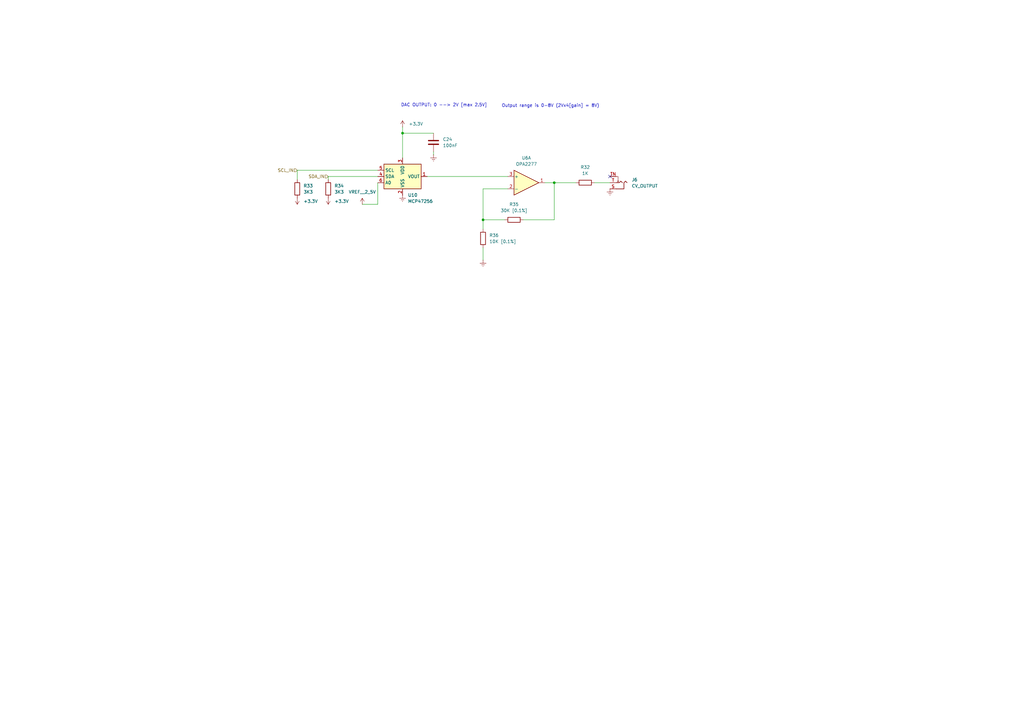
<source format=kicad_sch>
(kicad_sch (version 20231120) (generator "eeschema") (generator_version "8.0")
  (paper "A3")
  (lib_symbols
    (symbol "Amplifier_Operational:OPA2277" (pin_names (offset 0.127))
      (property "Reference" "U" (at 0 5.08 0))
      (property "Value" "OPA2277" (at 0 -5.08 0))
      (symbol "OPA2277_1_1"
        (polyline (pts (xy -5.08 5.08) (xy 5.08 0) (xy -5.08 -5.08) (xy -5.08 5.08)) (stroke (width 0.254)) (fill (type background)))
        (pin output line (at 7.62 0 180) (length 2.54) (name "~") (number "1"))
        (pin input line (at -7.62 -2.54 0) (length 2.54) (name "-") (number "2"))
        (pin input line (at -7.62 2.54 0) (length 2.54) (name "+") (number "3"))
      )
      (symbol "OPA2277_2_1"
        (polyline (pts (xy -5.08 5.08) (xy 5.08 0) (xy -5.08 -5.08) (xy -5.08 5.08)) (stroke (width 0.254)) (fill (type background)))
        (pin input line (at -7.62 2.54 0) (length 2.54) (name "+") (number "5"))
        (pin input line (at -7.62 -2.54 0) (length 2.54) (name "-") (number "6"))
        (pin output line (at 7.62 0 180) (length 2.54) (name "~") (number "7"))
      )
      (symbol "OPA2277_3_1"
        (pin power_in line (at -2.54 -7.62 90) (length 3.81) (name "V-") (number "4"))
        (pin power_in line (at -2.54 7.62 270) (length 3.81) (name "V+") (number "8"))
      )
    )
    (symbol "Analog_DAC:MCP4725xxx-xCH"
      (property "Reference" "U" (at -6.35 6.35 0))
      (property "Value" "MCP4725xxx-xCH" (at 8.89 6.35 0))
      (symbol "MCP4725xxx-xCH_0_1"
        (rectangle (start -7.62 5.08) (end 7.62 -5.08) (stroke (width 0.254)) (fill (type background)))
      )
      (symbol "MCP4725xxx-xCH_1_1"
        (pin output line (at 10.16 0 180) (length 2.54) (name "VOUT") (number "1"))
        (pin power_in line (at 0 -7.62 90) (length 2.54) (name "VSS") (number "2"))
        (pin power_in line (at 0 7.62 270) (length 2.54) (name "VDD") (number "3"))
        (pin bidirectional line (at -10.16 0 0) (length 2.54) (name "SDA") (number "4"))
        (pin input line (at -10.16 2.54 0) (length 2.54) (name "SCL") (number "5"))
        (pin input line (at -10.16 -2.54 0) (length 2.54) (name "A0") (number "6"))
      )
    )
    (symbol "Device:C" (pin_numbers hide) (pin_names (offset 0.254))
      (property "Reference" "C" (at 0.635 2.54 0))
      (property "Value" "C" (at 0.635 -2.54 0))
      (symbol "C_0_1"
        (polyline (pts (xy -2.032 -0.762) (xy 2.032 -0.762)) (stroke (width 0.508)))
        (polyline (pts (xy -2.032 0.762) (xy 2.032 0.762)) (stroke (width 0.508)))
      )
      (symbol "C_1_1"
        (pin passive line (at 0 3.81 270) (length 2.794) (name "~") (number "1"))
        (pin passive line (at 0 -3.81 90) (length 2.794) (name "~") (number "2"))
      )
    )
    (symbol "Device:R" (pin_numbers hide) (pin_names (offset 0))
      (property "Reference" "R" (at 2.032 0 90))
      (property "Value" "R" (at 0 0 90))
      (symbol "R_0_1"
        (rectangle (start -1.016 -2.54) (end 1.016 2.54) (stroke (width 0.254)))
      )
      (symbol "R_1_1"
        (pin passive line (at 0 3.81 270) (length 1.27) (name "~") (number "1"))
        (pin passive line (at 0 -3.81 90) (length 1.27) (name "~") (number "2"))
      )
    )
    (symbol "power:+3.3V" (power) (pin_numbers hide) (pin_names (offset 0) hide)
      (property "Value" "+3.3V" (at 0 3.556 0))
      (symbol "+3.3V_0_1"
        (polyline (pts (xy -0.762 1.27) (xy 0 2.54)))
        (polyline (pts (xy 0 0) (xy 0 2.54)))
        (polyline (pts (xy 0 2.54) (xy 0.762 1.27)))
      )
      (symbol "+3.3V_1_1"
        (pin power_in line (at 0 0 90) (length 0) (name "~") (number "1"))
      )
    )
    (symbol "power:GNDREF" (power) (pin_numbers hide) (pin_names (offset 0) hide)
      (property "Value" "GNDREF" (at 0 -3.81 0))
      (symbol "GNDREF_0_1"
        (polyline (pts (xy -0.635 -1.905) (xy 0.635 -1.905)))
        (polyline (pts (xy -0.127 -2.54) (xy 0.127 -2.54)))
        (polyline (pts (xy 0 -1.27) (xy 0 0)))
        (polyline (pts (xy 1.27 -1.27) (xy -1.27 -1.27)))
      )
      (symbol "GNDREF_1_1"
        (pin power_in line (at 0 0 270) (length 0) (name "~") (number "1"))
      )
    )
    (symbol "power:VAA" (power) (pin_numbers hide) (pin_names (offset 0) hide)
      (property "Value" "VAA" (at 0 3.556 0))
      (symbol "VAA_0_1"
        (polyline (pts (xy -0.762 1.27) (xy 0 2.54)))
        (polyline (pts (xy 0 0) (xy 0 2.54)))
        (polyline (pts (xy 0 2.54) (xy 0.762 1.27)))
      )
      (symbol "VAA_1_1"
        (pin power_in line (at 0 0 90) (length 0) (name "~") (number "1"))
      )
    )
    (symbol "synth:AudioJack_Mono_3.5mm"
      (property "Reference" "J" (at 0 8.89 0))
      (property "Value" "AudioJack_Mono_3.5mm" (at 0 6.35 0))
      (symbol "AudioJack_Mono_3.5mm_0_1"
        (polyline (pts (xy 1.778 -0.254) (xy 2.032 -0.762)))
        (polyline (pts (xy 0 0) (xy 0.635 -0.635) (xy 1.27 0) (xy 2.54 0)) (stroke (width 0.254)))
        (polyline (pts (xy 2.54 -2.54) (xy 1.778 -2.54) (xy 1.778 -0.254) (xy 1.524 -0.762)))
        (polyline (pts (xy 2.54 2.54) (xy -0.635 2.54) (xy -0.635 0) (xy -1.27 -0.635) (xy -1.905 0)) (stroke (width 0.254)))
      )
      (symbol "AudioJack_Mono_3.5mm_1_1"
        (pin passive line (at 5.08 2.54 180) (length 2.54) (name "~") (number "S"))
        (pin passive line (at 5.08 0 180) (length 2.54) (name "~") (number "T"))
        (pin passive line (at 5.08 -2.54 180) (length 2.54) (name "~") (number "TN"))
      )
    )
  )
  (junction (at 198.12 90.17))
  (junction (at 165.1 54.61))
  (junction (at 227.33 74.93))
  (no_connect (at 250.19 72.39))
  (wire (pts (xy 227.33 74.93) (xy 227.33 90.17)))
  (wire (pts (xy 227.33 74.93) (xy 223.52 74.93)))
  (wire (pts (xy 198.12 101.6) (xy 198.12 106.68)))
  (wire (pts (xy 134.62 72.39) (xy 134.62 73.66)))
  (wire (pts (xy 227.33 90.17) (xy 214.63 90.17)))
  (wire (pts (xy 154.94 69.85) (xy 121.92 69.85)))
  (wire (pts (xy 154.94 83.82) (xy 154.94 74.93)))
  (wire (pts (xy 198.12 77.47) (xy 198.12 90.17)))
  (wire (pts (xy 175.26 72.39) (xy 208.28 72.39)))
  (wire (pts (xy 165.1 52.07) (xy 165.1 54.61)))
  (wire (pts (xy 154.94 72.39) (xy 134.62 72.39)))
  (wire (pts (xy 207.01 90.17) (xy 198.12 90.17)))
  (wire (pts (xy 236.22 74.93) (xy 227.33 74.93)))
  (wire (pts (xy 121.92 69.85) (xy 121.92 73.66)))
  (wire (pts (xy 165.1 54.61) (xy 165.1 64.77)))
  (wire (pts (xy 177.8 62.23) (xy 177.8 63.5)))
  (wire (pts (xy 198.12 93.98) (xy 198.12 90.17)))
  (wire (pts (xy 243.84 74.93) (xy 250.19 74.93)))
  (wire (pts (xy 198.12 77.47) (xy 208.28 77.47)))
  (wire (pts (xy 148.59 83.82) (xy 154.94 83.82)))
  (wire (pts (xy 165.1 54.61) (xy 177.8 54.61)))
  (text "DAC OUTPUT: 0 --> 2V [max 2.5V]" (at 182.118 43.18 0) (effects (font (size 1.27 1.27))))
  (text "Output range is 0-8V (2Vx4[gain] = 8V)" (at 225.806 43.434 0) (effects (font (size 1.27 1.27))))
  (hierarchical_label "SDA_IN" (shape input) (at 134.62 72.39 180))
  (hierarchical_label "SCL_IN" (shape input) (at 121.92 69.85 180))
  (symbol (lib_id "power:GNDREF") (at 198.12 106.68 0) (unit 1)
    (property "Reference" "#PWR068" (effects (hide yes)))
    (property "Value" "GNDREF" (effects (hide yes)))
    (property "Description" "Power symbol creates a global label with name \"GNDREF\" , reference supply ground" (effects (hide yes)))
    (instances (project "quantizer" (path "" (reference "#PWR068") (unit 1)) (path "" (reference "#PWR083") (unit 1))))
  )
  (symbol (lib_id "power:VAA") (at 148.59 83.82 0) (unit 1)
    (property "Reference" "#PWR067" (effects (hide yes)))
    (property "Value" "VREF__2_5V" (at 148.59 78.74 0))
    (property "Description" "Power symbol creates a global label with name \"VAA\"" (effects (hide yes)))
    (instances (project "quantizer" (path "" (reference "#PWR067") (unit 1)) (path "" (reference "#PWR082") (unit 1))))
  )
  (symbol (lib_id "power:GNDREF") (at 165.1 80.01 0) (unit 1)
    (property "Reference" "#PWR064" (effects (hide yes)))
    (property "Value" "GNDREF" (effects (hide yes)))
    (property "Description" "Power symbol creates a global label with name \"GNDREF\" , reference supply ground" (effects (hide yes)))
    (instances (project "quantizer" (path "" (reference "#PWR064") (unit 1)) (path "" (reference "#PWR079") (unit 1))))
  )
  (symbol (lib_id "Device:C") (at 177.8 58.42 180) (unit 1)
    (property "Reference" "C24" (at 181.61 57.1499 0) (effects (justify right)))
    (property "Value" "100nF" (at 181.61 59.6899 0) (effects (justify right)))
    (property "Footprint" "Capacitor_SMD:C_0805_2012Metric_Pad1.18x1.45mm_HandSolder" (effects (hide yes)))
    (property "Description" "Unpolarized capacitor" (effects (hide yes)))
    (instances (project "quantizer" (path "" (reference "C24") (unit 1)) (path "" (reference "C25") (unit 1))))
  )
  (symbol (lib_id "Device:R") (at 240.03 74.93 90) (unit 1)
    (property "Reference" "R32" (at 240.03 68.58 90))
    (property "Value" "1K" (at 240.03 71.12 90))
    (property "Footprint" "Resistor_SMD:R_0805_2012Metric_Pad1.20x1.40mm_HandSolder" (effects (hide yes)))
    (property "Description" "Resistor" (effects (hide yes)))
    (instances (project "quantizer" (path "" (reference "R32") (unit 1)) (path "" (reference "R44") (unit 1))))
  )
  (symbol (lib_id "Device:R") (at 134.62 77.47 0) (unit 1)
    (property "Reference" "R34" (at 137.16 76.1999 0) (effects (justify left)))
    (property "Value" "3K3" (at 137.16 78.7399 0) (effects (justify left)))
    (property "Footprint" "Resistor_SMD:R_0805_2012Metric_Pad1.20x1.40mm_HandSolder" (effects (hide yes)))
    (property "Description" "Resistor" (effects (hide yes)))
    (instances (project "quantizer" (path "" (reference "R34") (unit 1)) (path "" (reference "R46") (unit 1))))
  )
  (symbol (lib_id "power:GNDREF") (at 177.8 63.5 0) (unit 1)
    (property "Reference" "#PWR062" (effects (hide yes)))
    (property "Value" "GNDREF" (effects (hide yes)))
    (property "Description" "Power symbol creates a global label with name \"GNDREF\" , reference supply ground" (effects (hide yes)))
    (instances (project "quantizer" (path "" (reference "#PWR062") (unit 1)) (path "" (reference "#PWR077") (unit 1))))
  )
  (symbol (lib_id "Analog_DAC:MCP4725xxx-xCH") (at 165.1 72.39 0) (unit 1)
    (property "Reference" "U10" (at 167.2941 80.01 0) (effects (justify left)))
    (property "Value" "MCP47256" (at 167.2941 82.55 0) (effects (justify left)))
    (property "Footprint" "Package_TO_SOT_SMD:SOT-23-6_Handsoldering" (effects (hide yes)))
    (property "Datasheet" "http://ww1.microchip.com/downloads/en/DeviceDoc/22039d.pdf" (effects (hide yes)))
    (property "Description" "12-bit Digital-to-Analog Converter, integrated EEPROM, I2C interface, SOT-23-6" (effects (hide yes)))
    (instances (project "quantizer" (path "" (reference "U10") (unit 1)) (path "" (reference "U13") (unit 1))))
  )
  (symbol (lib_id "power:GNDREF") (at 250.19 77.47 0) (unit 1)
    (property "Reference" "#PWR063" (effects (hide yes)))
    (property "Value" "GNDREF" (effects (hide yes)))
    (property "Description" "Power symbol creates a global label with name \"GNDREF\" , reference supply ground" (effects (hide yes)))
    (instances (project "quantizer" (path "" (reference "#PWR063") (unit 1)) (path "" (reference "#PWR078") (unit 1))))
  )
  (symbol (lib_id "Device:R") (at 198.12 97.79 180) (unit 1)
    (property "Reference" "R36" (at 200.66 96.5199 0) (effects (justify right)))
    (property "Value" "10K [0.1%]" (at 200.66 99.0599 0) (effects (justify right)))
    (property "Footprint" "Resistor_SMD:R_0805_2012Metric_Pad1.20x1.40mm_HandSolder" (effects (hide yes)))
    (property "Description" "Resistor" (effects (hide yes)))
    (instances (project "quantizer" (path "" (reference "R36") (unit 1)) (path "" (reference "R48") (unit 1))))
  )
  (symbol (lib_id "Device:R") (at 210.82 90.17 90) (unit 1)
    (property "Reference" "R35" (at 210.82 83.82 90))
    (property "Value" "30K [0.1%]" (at 210.82 86.36 90))
    (property "Footprint" "Resistor_SMD:R_0805_2012Metric_Pad1.20x1.40mm_HandSolder" (effects (hide yes)))
    (property "Description" "Resistor" (effects (hide yes)))
    (instances (project "quantizer" (path "" (reference "R35") (unit 1)) (path "" (reference "R47") (unit 1))))
  )
  (symbol (lib_id "synth:AudioJack_Mono_3.5mm") (at 255.27 74.93 180) (unit 1)
    (property "Reference" "J6" (at 259.08 73.7234 0) (effects (justify right)))
    (property "Value" "CV_OUTPUT" (at 259.08 76.2634 0) (effects (justify right)))
    (property "Footprint" "Synth:Jack_3.5mm_QingPu_WQP-PJ398SM_Vertical_CircularHoles" (effects (hide yes)))
    (property "Description" "Audio Jack, 2 Poles (Mono / TS), Switched T Pole (Normalling)" (effects (hide yes)))
    (instances (project "quantizer" (path "" (reference "J6") (unit 1)) (path "" (reference "J9") (unit 1))))
  )
  (symbol (lib_id "Amplifier_Operational:OPA2277") (at 215.9 74.93 0) (unit 1)
    (property "Reference" "U6" (at 215.9 64.77 0))
    (property "Value" "OPA2277" (at 215.9 67.31 0))
    (property "Footprint" "Synth:SOIC-8" (effects (hide yes)))
    (property "Datasheet" "https://www.ti.com/lit/ds/symlink/opa2277.pdf" (effects (hide yes)))
    (property "Description" "Dual High Precision Operational Amplifiers, DIP-8/SOIC-8" (effects (hide yes)))
    (instances (project "quantizer" (path "" (reference "U6") (unit 1)) (path "" (reference "U6") (unit 2))))
  )
  (symbol (lib_id "power:+3.3V") (at 165.1 52.07 0) (unit 1)
    (property "Reference" "#PWR061" (effects (hide yes)))
    (property "Value" "+3.3V" (at 167.64 50.7999 0) (effects (justify left)))
    (property "Description" "Power symbol creates a global label with name \"+3.3V\"" (effects (hide yes)))
    (instances (project "quantizer" (path "" (reference "#PWR061") (unit 1)) (path "" (reference "#PWR076") (unit 1))))
  )
  (symbol (lib_id "power:+3.3V") (at 134.62 81.28 180) (unit 1)
    (property "Reference" "#PWR066" (effects (hide yes)))
    (property "Value" "+3.3V" (at 137.16 82.5499 0) (effects (justify right)))
    (property "Description" "Power symbol creates a global label with name \"+3.3V\"" (effects (hide yes)))
    (instances (project "quantizer" (path "" (reference "#PWR066") (unit 1)) (path "" (reference "#PWR081") (unit 1))))
  )
  (symbol (lib_id "power:+3.3V") (at 121.92 81.28 180) (unit 1)
    (property "Reference" "#PWR065" (effects (hide yes)))
    (property "Value" "+3.3V" (at 124.46 82.5499 0) (effects (justify right)))
    (property "Description" "Power symbol creates a global label with name \"+3.3V\"" (effects (hide yes)))
    (instances (project "quantizer" (path "" (reference "#PWR065") (unit 1)) (path "" (reference "#PWR080") (unit 1))))
  )
  (symbol (lib_id "Device:R") (at 121.92 77.47 0) (unit 1)
    (property "Reference" "R33" (at 124.46 76.1999 0) (effects (justify left)))
    (property "Value" "3K3" (at 124.46 78.7399 0) (effects (justify left)))
    (property "Footprint" "Resistor_SMD:R_0805_2012Metric_Pad1.20x1.40mm_HandSolder" (effects (hide yes)))
    (property "Description" "Resistor" (effects (hide yes)))
    (instances (project "quantizer" (path "" (reference "R33") (unit 1)) (path "" (reference "R45") (unit 1))))
  )
)
</source>
